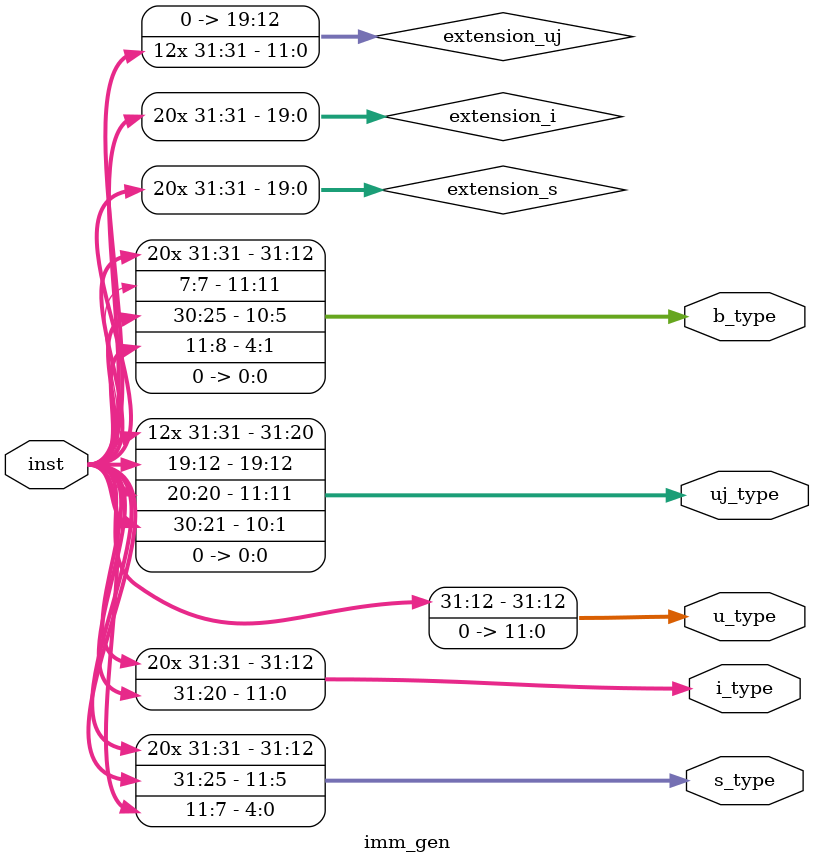
<source format=v>
module imm_gen (
    input [31:0] inst,
    output [31:0] s_type,
    output [31:0] i_type,
    output [31:0] u_type,
    output [31:0] uj_type,
    output [31:0] b_type
);
    //Defining the extensions
    wire [19:0] extension_s;
    wire [19:0] extension_i;
    wire [19:0]  extension_uj;
    assign extension_s = {20{inst[31]}};
    assign extension_i = {20{inst[31]}};
    assign extension_uj = {12{inst[31]}};
    
    //Assigning the types with extensions
    assign s_type = {extension_s, inst[31:25], inst[11:7]};
    assign i_type = {extension_i, inst[31:20]};
    assign u_type = {inst[31:12], 12'b0};
    assign uj_type = {extension_uj, inst[19:12], inst[20], inst[30:21], 1'b0};
    assign b_type =  {{20{inst[31]}}, inst[7], inst[30:25], inst[11:8], 1'b0};

endmodule
</source>
